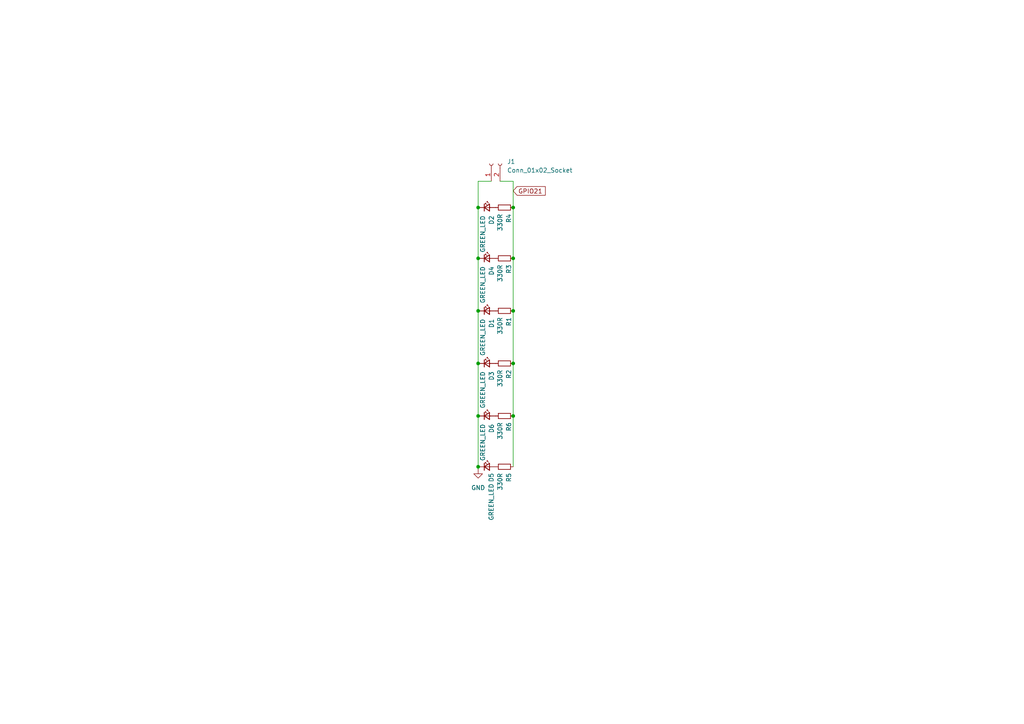
<source format=kicad_sch>
(kicad_sch (version 20231120) (generator "eeschema") (generator_version "8.0")
  (paper "A4")
  (lib_symbols
    (symbol "Connector:Conn_01x02_Socket" (pin_names (offset 1.016) hide)
      (property "Reference" "J" (at 0 2.54 0))
      (property "Value" "Conn_01x02_Socket" (at 0 -5.08 0))
      (symbol "Conn_01x02_Socket_1_1"
        (arc (start 0 -2.032) (mid -0.5058 -2.54) (end 0 -3.048) (stroke (width 0.1524)))
        (polyline (pts (xy -1.27 -2.54) (xy -0.508 -2.54)) (stroke (width 0.1524)))
        (polyline (pts (xy -1.27 0) (xy -0.508 0)) (stroke (width 0.1524)))
        (arc (start 0 0.508) (mid -0.5058 0) (end 0 -0.508) (stroke (width 0.1524)))
        (pin passive line (at -5.08 0 0) (length 3.81) (name "Pin_1") (number "1"))
        (pin passive line (at -5.08 -2.54 0) (length 3.81) (name "Pin_2") (number "2"))
      )
    )
    (symbol "Device:LED_Small" (pin_numbers hide) (pin_names (offset 0.254) hide)
      (property "Reference" "D" (at -1.27 3.175 0))
      (property "Value" "LED_Small" (at -4.445 -2.54 0))
      (symbol "LED_Small_0_1"
        (polyline (pts (xy -0.762 -1.016) (xy -0.762 1.016)) (stroke (width 0.254)))
        (polyline (pts (xy 1.016 0) (xy -0.762 0)))
        (polyline (pts (xy 0.762 -1.016) (xy -0.762 0) (xy 0.762 1.016) (xy 0.762 -1.016)) (stroke (width 0.254)))
        (polyline (pts (xy 0 0.762) (xy -0.508 1.27) (xy -0.254 1.27) (xy -0.508 1.27) (xy -0.508 1.016)))
        (polyline (pts (xy 0.508 1.27) (xy 0 1.778) (xy 0.254 1.778) (xy 0 1.778) (xy 0 1.524)))
      )
      (symbol "LED_Small_1_1"
        (pin passive line (at -2.54 0 0) (length 1.778) (name "K") (number "1"))
        (pin passive line (at 2.54 0 180) (length 1.778) (name "A") (number "2"))
      )
    )
    (symbol "Device:R_Small" (pin_numbers hide) (pin_names (offset 0.254) hide)
      (property "Reference" "R" (at 0.762 0.508 0))
      (property "Value" "R_Small" (at 0.762 -1.016 0))
      (symbol "R_Small_0_1"
        (rectangle (start -0.762 1.778) (end 0.762 -1.778) (stroke (width 0.2032)))
      )
      (symbol "R_Small_1_1"
        (pin passive line (at 0 2.54 270) (length 0.762) (name "~") (number "1"))
        (pin passive line (at 0 -2.54 90) (length 0.762) (name "~") (number "2"))
      )
    )
    (symbol "power:GND" (power) (pin_numbers hide) (pin_names (offset 0) hide)
      (property "Value" "GND" (at 0 -3.81 0))
      (symbol "GND_0_1"
        (polyline (pts (xy 0 0) (xy 0 -1.27) (xy 1.27 -1.27) (xy 0 -2.54) (xy -1.27 -1.27) (xy 0 -1.27)))
      )
      (symbol "GND_1_1"
        (pin power_in line (at 0 0 270) (length 0) (name "~") (number "1"))
      )
    )
  )
  (junction (at 148.844 90.17))
  (junction (at 148.844 105.41))
  (junction (at 138.684 60.198))
  (junction (at 138.684 90.17))
  (junction (at 148.844 74.93))
  (junction (at 138.684 120.65))
  (junction (at 148.844 120.65))
  (junction (at 138.684 74.93))
  (junction (at 138.684 105.41))
  (junction (at 148.844 60.198))
  (junction (at 138.684 135.382))
  (wire (pts (xy 138.684 105.41) (xy 138.684 120.65)))
  (wire (pts (xy 138.684 74.93) (xy 138.684 90.17)))
  (wire (pts (xy 148.844 90.17) (xy 148.844 105.41)))
  (wire (pts (xy 138.684 52.578) (xy 138.684 60.198)))
  (wire (pts (xy 142.494 52.578) (xy 138.684 52.578)))
  (wire (pts (xy 148.844 120.65) (xy 148.844 135.382)))
  (wire (pts (xy 145.034 52.578) (xy 148.844 52.578)))
  (wire (pts (xy 148.844 105.41) (xy 148.844 120.65)))
  (wire (pts (xy 148.844 74.93) (xy 148.844 90.17)))
  (wire (pts (xy 138.684 90.17) (xy 138.684 105.41)))
  (wire (pts (xy 138.684 120.65) (xy 138.684 135.382)))
  (wire (pts (xy 148.844 60.198) (xy 148.844 74.93)))
  (wire (pts (xy 138.684 60.198) (xy 138.684 74.93)))
  (wire (pts (xy 138.684 135.382) (xy 138.684 136.144)))
  (wire (pts (xy 148.844 52.578) (xy 148.844 60.198)))
  (global_label "GPIO21" (shape input) (at 148.844 55.372 0) (property "Intersheetrefs" "${INTERSHEET_REFS}" (effects (hide yes))))
  (symbol (lib_id "Device:LED_Small") (at 141.224 105.41 0) (unit 1)
    (property "Reference" "D3" (at 142.5576 107.696 90) (effects (justify right)))
    (property "Value" "GREEN_LED" (at 140.0176 107.696 90) (effects (justify right)))
    (property "Footprint" "LED_SMD:LED_0402_1005Metric" (effects (hide yes)))
    (property "Description" "Light emitting diode, small symbol" (effects (hide yes)))
    (property "lcsc" "C434449" (effects (hide yes)))
  )
  (symbol (lib_id "Device:LED_Small") (at 141.224 60.198 0) (unit 1)
    (property "Reference" "D2" (at 142.5576 62.484 90) (effects (justify right)))
    (property "Value" "GREEN_LED" (at 140.0176 62.484 90) (effects (justify right)))
    (property "Footprint" "LED_SMD:LED_0402_1005Metric" (effects (hide yes)))
    (property "Description" "Light emitting diode, small symbol" (effects (hide yes)))
    (property "lcsc" "C434449" (effects (hide yes)))
  )
  (symbol (lib_id "Device:R_Small") (at 146.304 74.93 270) (unit 1)
    (property "Reference" "R3" (at 147.5741 76.708 0) (effects (justify left)))
    (property "Value" "330R" (at 145.0341 76.708 0) (effects (justify left)))
    (property "Footprint" "Resistor_SMD:R_0402_1005Metric" (effects (hide yes)))
    (property "Description" "Resistor, small symbol" (effects (hide yes)))
    (property "lcsc" "C12246" (effects (hide yes)))
  )
  (symbol (lib_id "Connector:Conn_01x02_Socket") (at 142.494 47.498 90) (unit 1)
    (property "Reference" "J1" (at 147.066 46.8629 90) (effects (justify right)))
    (property "Value" "Conn_01x02_Socket" (at 147.066 49.4029 90) (effects (justify right)))
    (property "Footprint" "Connector_Hirose:Hirose_DF13C_CL535-0402-2-51_1x02-1MP_P1.25mm_Vertical" (effects (hide yes)))
    (property "Description" "Generic connector, single row, 01x02, script generated" (effects (hide yes)))
    (property "lcsc" "C3029359" (effects (hide yes)))
  )
  (symbol (lib_id "Device:R_Small") (at 146.304 135.382 270) (unit 1)
    (property "Reference" "R5" (at 147.5741 137.16 0) (effects (justify left)))
    (property "Value" "330R" (at 145.0341 137.16 0) (effects (justify left)))
    (property "Footprint" "Resistor_SMD:R_0402_1005Metric" (effects (hide yes)))
    (property "Description" "Resistor, small symbol" (effects (hide yes)))
    (property "lcsc" "C12246" (effects (hide yes)))
  )
  (symbol (lib_id "Device:LED_Small") (at 141.224 135.382 0) (unit 1)
    (property "Reference" "D5" (at 142.494 137.16 90) (effects (justify right)))
    (property "Value" "GREEN_LED" (at 142.494 140.208 90) (effects (justify right)))
    (property "Footprint" "LED_SMD:LED_0402_1005Metric" (effects (hide yes)))
    (property "Description" "Light emitting diode, small symbol" (effects (hide yes)))
    (property "lcsc" "C434449" (effects (hide yes)))
  )
  (symbol (lib_id "Device:LED_Small") (at 141.224 74.93 0) (unit 1)
    (property "Reference" "D4" (at 142.5576 77.216 90) (effects (justify right)))
    (property "Value" "GREEN_LED" (at 140.0176 77.216 90) (effects (justify right)))
    (property "Footprint" "LED_SMD:LED_0402_1005Metric" (effects (hide yes)))
    (property "Description" "Light emitting diode, small symbol" (effects (hide yes)))
    (property "lcsc" "C434449" (effects (hide yes)))
  )
  (symbol (lib_id "Device:LED_Small") (at 141.224 90.17 0) (unit 1)
    (property "Reference" "D1" (at 142.5576 92.456 90) (effects (justify right)))
    (property "Value" "GREEN_LED" (at 140.0176 92.456 90) (effects (justify right)))
    (property "Footprint" "LED_SMD:LED_0402_1005Metric" (effects (hide yes)))
    (property "Description" "Light emitting diode, small symbol" (effects (hide yes)))
    (property "lcsc" "C434449" (effects (hide yes)))
  )
  (symbol (lib_id "Device:LED_Small") (at 141.224 120.65 0) (unit 1)
    (property "Reference" "D6" (at 142.5576 122.936 90) (effects (justify right)))
    (property "Value" "GREEN_LED" (at 140.0176 122.936 90) (effects (justify right)))
    (property "Footprint" "LED_SMD:LED_0402_1005Metric" (effects (hide yes)))
    (property "Description" "Light emitting diode, small symbol" (effects (hide yes)))
    (property "lcsc" "C434449" (effects (hide yes)))
  )
  (symbol (lib_id "Device:R_Small") (at 146.304 60.198 270) (unit 1)
    (property "Reference" "R4" (at 147.5741 61.976 0) (effects (justify left)))
    (property "Value" "330R" (at 145.0341 61.976 0) (effects (justify left)))
    (property "Footprint" "Resistor_SMD:R_0402_1005Metric" (effects (hide yes)))
    (property "Description" "Resistor, small symbol" (effects (hide yes)))
    (property "lcsc" "C12246" (effects (hide yes)))
  )
  (symbol (lib_id "Device:R_Small") (at 146.304 90.17 270) (unit 1)
    (property "Reference" "R1" (at 147.5741 91.948 0) (effects (justify left)))
    (property "Value" "330R" (at 145.0341 91.948 0) (effects (justify left)))
    (property "Footprint" "Resistor_SMD:R_0402_1005Metric" (effects (hide yes)))
    (property "Description" "Resistor, small symbol" (effects (hide yes)))
    (property "lcsc" "C12246" (effects (hide yes)))
  )
  (symbol (lib_id "power:GND") (at 138.684 136.144 0) (unit 1)
    (property "Reference" "#PWR01" (effects (hide yes)))
    (property "Value" "GND" (at 138.684 141.478 0))
    (property "Description" "Power symbol creates a global label with name \"GND\" , ground" (effects (hide yes)))
  )
  (symbol (lib_id "Device:R_Small") (at 146.304 120.65 270) (unit 1)
    (property "Reference" "R6" (at 147.5741 122.428 0) (effects (justify left)))
    (property "Value" "330R" (at 145.0341 122.428 0) (effects (justify left)))
    (property "Footprint" "Resistor_SMD:R_0402_1005Metric" (effects (hide yes)))
    (property "Description" "Resistor, small symbol" (effects (hide yes)))
    (property "lcsc" "C12246" (effects (hide yes)))
  )
  (symbol (lib_id "Device:R_Small") (at 146.304 105.41 270) (unit 1)
    (property "Reference" "R2" (at 147.5741 107.188 0) (effects (justify left)))
    (property "Value" "330R" (at 145.0341 107.188 0) (effects (justify left)))
    (property "Footprint" "Resistor_SMD:R_0402_1005Metric" (effects (hide yes)))
    (property "Description" "Resistor, small symbol" (effects (hide yes)))
    (property "lcsc" "C12246" (effects (hide yes)))
  )
)
</source>
